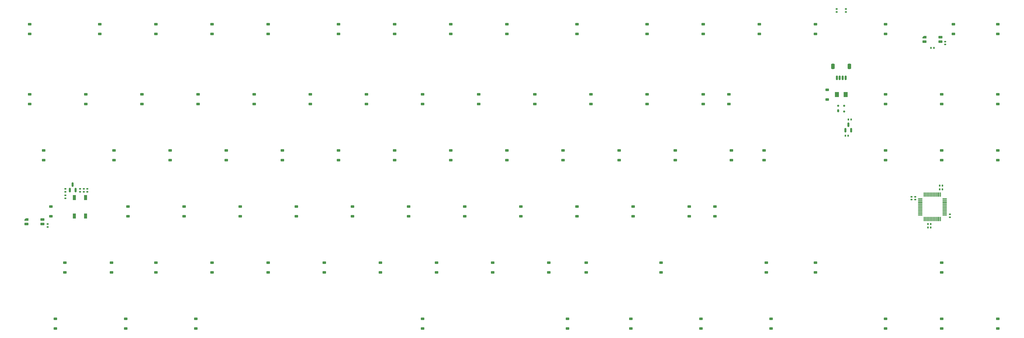
<source format=gbr>
%TF.GenerationSoftware,KiCad,Pcbnew,8.0.4*%
%TF.CreationDate,2024-07-23T15:13:34+08:00*%
%TF.ProjectId,X88H,58383848-2e6b-4696-9361-645f70636258,rev?*%
%TF.SameCoordinates,Original*%
%TF.FileFunction,Paste,Bot*%
%TF.FilePolarity,Positive*%
%FSLAX46Y46*%
G04 Gerber Fmt 4.6, Leading zero omitted, Abs format (unit mm)*
G04 Created by KiCad (PCBNEW 8.0.4) date 2024-07-23 15:13:34*
%MOMM*%
%LPD*%
G01*
G04 APERTURE LIST*
G04 Aperture macros list*
%AMRoundRect*
0 Rectangle with rounded corners*
0 $1 Rounding radius*
0 $2 $3 $4 $5 $6 $7 $8 $9 X,Y pos of 4 corners*
0 Add a 4 corners polygon primitive as box body*
4,1,4,$2,$3,$4,$5,$6,$7,$8,$9,$2,$3,0*
0 Add four circle primitives for the rounded corners*
1,1,$1+$1,$2,$3*
1,1,$1+$1,$4,$5*
1,1,$1+$1,$6,$7*
1,1,$1+$1,$8,$9*
0 Add four rect primitives between the rounded corners*
20,1,$1+$1,$2,$3,$4,$5,0*
20,1,$1+$1,$4,$5,$6,$7,0*
20,1,$1+$1,$6,$7,$8,$9,0*
20,1,$1+$1,$8,$9,$2,$3,0*%
%AMFreePoly0*
4,1,18,-0.410000,0.593000,-0.403758,0.624380,-0.385983,0.650983,-0.359380,0.668758,-0.328000,0.675000,0.328000,0.675000,0.359380,0.668758,0.385983,0.650983,0.403758,0.624380,0.410000,0.593000,0.410000,-0.593000,0.403758,-0.624380,0.385983,-0.650983,0.359380,-0.668758,0.328000,-0.675000,0.000000,-0.675000,-0.410000,-0.265000,-0.410000,0.593000,-0.410000,0.593000,$1*%
G04 Aperture macros list end*
%ADD10RoundRect,0.225000X0.375000X-0.225000X0.375000X0.225000X-0.375000X0.225000X-0.375000X-0.225000X0*%
%ADD11RoundRect,0.075000X0.075000X-0.662500X0.075000X0.662500X-0.075000X0.662500X-0.075000X-0.662500X0*%
%ADD12RoundRect,0.075000X0.662500X-0.075000X0.662500X0.075000X-0.662500X0.075000X-0.662500X-0.075000X0*%
%ADD13RoundRect,0.135000X-0.185000X0.135000X-0.185000X-0.135000X0.185000X-0.135000X0.185000X0.135000X0*%
%ADD14RoundRect,0.135000X-0.135000X-0.185000X0.135000X-0.185000X0.135000X0.185000X-0.135000X0.185000X0*%
%ADD15RoundRect,0.140000X0.140000X0.170000X-0.140000X0.170000X-0.140000X-0.170000X0.140000X-0.170000X0*%
%ADD16R,1.000000X1.700000*%
%ADD17RoundRect,0.082000X-0.593000X0.328000X-0.593000X-0.328000X0.593000X-0.328000X0.593000X0.328000X0*%
%ADD18FreePoly0,270.000000*%
%ADD19RoundRect,0.140000X-0.170000X0.140000X-0.170000X-0.140000X0.170000X-0.140000X0.170000X0.140000X0*%
%ADD20RoundRect,0.150000X0.150000X-0.587500X0.150000X0.587500X-0.150000X0.587500X-0.150000X-0.587500X0*%
%ADD21RoundRect,0.140000X0.170000X-0.140000X0.170000X0.140000X-0.170000X0.140000X-0.170000X-0.140000X0*%
%ADD22RoundRect,0.150000X-0.150000X-0.625000X0.150000X-0.625000X0.150000X0.625000X-0.150000X0.625000X0*%
%ADD23RoundRect,0.250000X-0.350000X-0.650000X0.350000X-0.650000X0.350000X0.650000X-0.350000X0.650000X0*%
%ADD24RoundRect,0.175000X-0.175000X-0.325000X0.175000X-0.325000X0.175000X0.325000X-0.175000X0.325000X0*%
%ADD25RoundRect,0.150000X-0.200000X-0.150000X0.200000X-0.150000X0.200000X0.150000X-0.200000X0.150000X0*%
%ADD26RoundRect,0.140000X-0.140000X-0.170000X0.140000X-0.170000X0.140000X0.170000X-0.140000X0.170000X0*%
%ADD27RoundRect,0.135000X0.185000X-0.135000X0.185000X0.135000X-0.185000X0.135000X-0.185000X-0.135000X0*%
%ADD28RoundRect,0.250001X0.462499X0.624999X-0.462499X0.624999X-0.462499X-0.624999X0.462499X-0.624999X0*%
G04 APERTURE END LIST*
D10*
%TO.C,D55*%
X55562500Y-65150000D03*
X55562500Y-61850000D03*
%TD*%
%TO.C,D82*%
X11906250Y-103250000D03*
X11906250Y-99950000D03*
%TD*%
%TO.C,D7*%
X107950000Y-3237500D03*
X107950000Y62500D03*
%TD*%
%TO.C,D35*%
X331787500Y-27050000D03*
X331787500Y-23750000D03*
%TD*%
D11*
%TO.C,U2*%
X312312500Y-66075000D03*
X311812500Y-66075000D03*
X311312500Y-66075000D03*
X310812500Y-66075000D03*
X310312500Y-66075000D03*
X309812500Y-66075000D03*
X309312500Y-66075000D03*
X308812500Y-66075000D03*
X308312500Y-66075000D03*
X307812500Y-66075000D03*
X307312500Y-66075000D03*
X306812500Y-66075000D03*
D12*
X305400000Y-64662500D03*
X305400000Y-64162500D03*
X305400000Y-63662500D03*
X305400000Y-63162500D03*
X305400000Y-62662500D03*
X305400000Y-62162500D03*
X305400000Y-61662500D03*
X305400000Y-61162500D03*
X305400000Y-60662500D03*
X305400000Y-60162500D03*
X305400000Y-59662500D03*
X305400000Y-59162500D03*
D11*
X306812500Y-57750000D03*
X307312500Y-57750000D03*
X307812500Y-57750000D03*
X308312500Y-57750000D03*
X308812500Y-57750000D03*
X309312500Y-57750000D03*
X309812500Y-57750000D03*
X310312500Y-57750000D03*
X310812500Y-57750000D03*
X311312500Y-57750000D03*
X311812500Y-57750000D03*
X312312500Y-57750000D03*
D12*
X313725000Y-59162500D03*
X313725000Y-59662500D03*
X313725000Y-60162500D03*
X313725000Y-60662500D03*
X313725000Y-61162500D03*
X313725000Y-61662500D03*
X313725000Y-62162500D03*
X313725000Y-62662500D03*
X313725000Y-63162500D03*
X313725000Y-63662500D03*
X313725000Y-64162500D03*
X313725000Y-64662500D03*
%TD*%
D10*
%TO.C,D65*%
X235743750Y-65150000D03*
X235743750Y-61850000D03*
%TD*%
%TO.C,D48*%
X241300000Y-46100000D03*
X241300000Y-42800000D03*
%TD*%
%TO.C,D88*%
X230981250Y-103250000D03*
X230981250Y-99950000D03*
%TD*%
%TO.C,D78*%
X217487500Y-84200000D03*
X217487500Y-80900000D03*
%TD*%
%TO.C,D6*%
X84137500Y-3237500D03*
X84137500Y62500D03*
%TD*%
%TO.C,D20*%
X22225000Y-27050000D03*
X22225000Y-23750000D03*
%TD*%
D13*
%TO.C,RR2*%
X22750000Y-55802500D03*
X22750000Y-56822500D03*
%TD*%
D14*
%TO.C,R3*%
X309052500Y-7937500D03*
X310072500Y-7937500D03*
%TD*%
D10*
%TO.C,D46*%
X203200000Y-46100000D03*
X203200000Y-42800000D03*
%TD*%
%TO.C,D57*%
X93662500Y-65150000D03*
X93662500Y-61850000D03*
%TD*%
%TO.C,D81*%
X312737500Y-84200000D03*
X312737500Y-80900000D03*
%TD*%
%TO.C,D42*%
X127000000Y-46100000D03*
X127000000Y-42800000D03*
%TD*%
%TO.C,D89*%
X254793750Y-103250000D03*
X254793750Y-99950000D03*
%TD*%
%TO.C,D49*%
X252412500Y-46100000D03*
X252412500Y-42800000D03*
%TD*%
%TO.C,D58*%
X112712500Y-65150000D03*
X112712500Y-61850000D03*
%TD*%
%TO.C,D53*%
X10318750Y-65150000D03*
X10318750Y-61850000D03*
%TD*%
%TO.C,D61*%
X169862500Y-65150000D03*
X169862500Y-61850000D03*
%TD*%
%TO.C,D37*%
X31750000Y-46100000D03*
X31750000Y-42800000D03*
%TD*%
D15*
%TO.C,C5*%
X280980000Y-37725000D03*
X280020000Y-37725000D03*
%TD*%
D16*
%TO.C,SWR1*%
X18340625Y-58762500D03*
X18340625Y-65062500D03*
X22140625Y-58762500D03*
X22140625Y-65062500D03*
%TD*%
D10*
%TO.C,D76*%
X179387500Y-84200000D03*
X179387500Y-80900000D03*
%TD*%
D17*
%TO.C,RGB2*%
X7487500Y-67742500D03*
X7487500Y-66242500D03*
X2037500Y-67742500D03*
D18*
X2037500Y-66242500D03*
%TD*%
D13*
%TO.C,R2*%
X280193750Y5272500D03*
X280193750Y4252500D03*
%TD*%
D10*
%TO.C,D38*%
X50800000Y-46100000D03*
X50800000Y-42800000D03*
%TD*%
%TO.C,D66*%
X273843750Y-25462500D03*
X273843750Y-22162500D03*
%TD*%
%TO.C,D28*%
X174625000Y-27050000D03*
X174625000Y-23750000D03*
%TD*%
D19*
%TO.C,C1*%
X303750000Y-58476250D03*
X303750000Y-59436250D03*
%TD*%
D10*
%TO.C,D67*%
X15081250Y-84200000D03*
X15081250Y-80900000D03*
%TD*%
%TO.C,D34*%
X312737500Y-27050000D03*
X312737500Y-23750000D03*
%TD*%
D13*
%TO.C,R1*%
X277018750Y5272500D03*
X277018750Y4252500D03*
%TD*%
D10*
%TO.C,D14*%
X250825000Y-3237500D03*
X250825000Y62500D03*
%TD*%
D20*
%TO.C,QR1*%
X18700000Y-56250000D03*
X16800000Y-56250000D03*
X17750000Y-54375000D03*
%TD*%
D10*
%TO.C,D31*%
X231775000Y-27050000D03*
X231775000Y-23750000D03*
%TD*%
%TO.C,D19*%
X3175000Y-27050000D03*
X3175000Y-23750000D03*
%TD*%
D21*
%TO.C,C3*%
X315500000Y-65436250D03*
X315500000Y-64476250D03*
%TD*%
D20*
%TO.C,U1*%
X281950000Y-35937500D03*
X280050000Y-35937500D03*
X281000000Y-34062500D03*
%TD*%
D10*
%TO.C,D43*%
X146050000Y-46100000D03*
X146050000Y-42800000D03*
%TD*%
%TO.C,D47*%
X222250000Y-46100000D03*
X222250000Y-42800000D03*
%TD*%
%TO.C,D39*%
X69850000Y-46100000D03*
X69850000Y-42800000D03*
%TD*%
%TO.C,D10*%
X165100000Y-3237500D03*
X165100000Y62500D03*
%TD*%
%TO.C,D70*%
X65087500Y-84200000D03*
X65087500Y-80900000D03*
%TD*%
%TO.C,D22*%
X60325000Y-27050000D03*
X60325000Y-23750000D03*
%TD*%
%TO.C,D68*%
X30956250Y-84200000D03*
X30956250Y-80900000D03*
%TD*%
%TO.C,D8*%
X127000000Y-3237500D03*
X127000000Y62500D03*
%TD*%
%TO.C,D9*%
X146050000Y-3237500D03*
X146050000Y62500D03*
%TD*%
%TO.C,D24*%
X98425000Y-27050000D03*
X98425000Y-23750000D03*
%TD*%
%TO.C,D18*%
X331787500Y-3237500D03*
X331787500Y62500D03*
%TD*%
D22*
%TO.C,J1*%
X277106250Y-18103610D03*
X278106250Y-18103610D03*
X279106250Y-18103610D03*
X280106250Y-18103610D03*
D23*
X275806250Y-14228610D03*
X281406250Y-14228610D03*
%TD*%
D24*
%TO.C,D1*%
X277606250Y-29325000D03*
D25*
X277606250Y-27625000D03*
X279606250Y-27625000D03*
X279606250Y-29525000D03*
%TD*%
D10*
%TO.C,D51*%
X312737500Y-46100000D03*
X312737500Y-42800000D03*
%TD*%
%TO.C,D3*%
X26987500Y-3237500D03*
X26987500Y62500D03*
%TD*%
%TO.C,D80*%
X269875000Y-84200000D03*
X269875000Y-80900000D03*
%TD*%
%TO.C,D90*%
X293687500Y-103250000D03*
X293687500Y-99950000D03*
%TD*%
%TO.C,D60*%
X150812500Y-65150000D03*
X150812500Y-61850000D03*
%TD*%
%TO.C,D52*%
X331787500Y-46100000D03*
X331787500Y-42800000D03*
%TD*%
%TO.C,D72*%
X103187500Y-84200000D03*
X103187500Y-80900000D03*
%TD*%
%TO.C,D56*%
X74612500Y-65150000D03*
X74612500Y-61850000D03*
%TD*%
%TO.C,D4*%
X46037500Y-3237500D03*
X46037500Y62500D03*
%TD*%
D15*
%TO.C,C8*%
X312980000Y-54706250D03*
X312020000Y-54706250D03*
%TD*%
D10*
%TO.C,D36*%
X7937500Y-46100000D03*
X7937500Y-42800000D03*
%TD*%
%TO.C,D84*%
X59531250Y-103250000D03*
X59531250Y-99950000D03*
%TD*%
%TO.C,D75*%
X160337500Y-84200000D03*
X160337500Y-80900000D03*
%TD*%
%TO.C,D26*%
X136525000Y-27050000D03*
X136525000Y-23750000D03*
%TD*%
%TO.C,D54*%
X36512500Y-65150000D03*
X36512500Y-61850000D03*
%TD*%
D19*
%TO.C,C2*%
X302500000Y-58476250D03*
X302500000Y-59436250D03*
%TD*%
D10*
%TO.C,D11*%
X188912500Y-3237500D03*
X188912500Y62500D03*
%TD*%
%TO.C,D5*%
X65087500Y-3237500D03*
X65087500Y62500D03*
%TD*%
%TO.C,D64*%
X227012500Y-65150000D03*
X227012500Y-61850000D03*
%TD*%
%TO.C,D79*%
X253206250Y-84200000D03*
X253206250Y-80900000D03*
%TD*%
%TO.C,D87*%
X207168750Y-103250000D03*
X207168750Y-99950000D03*
%TD*%
D26*
%TO.C,C6*%
X308020000Y-68956250D03*
X308980000Y-68956250D03*
%TD*%
D15*
%TO.C,C9*%
X312980000Y-55956250D03*
X312020000Y-55956250D03*
%TD*%
D19*
%TO.C,CR1*%
X21500000Y-55832500D03*
X21500000Y-56792500D03*
%TD*%
D10*
%TO.C,D85*%
X136525000Y-103250000D03*
X136525000Y-99950000D03*
%TD*%
D26*
%TO.C,C7*%
X308020000Y-67706250D03*
X308980000Y-67706250D03*
%TD*%
D10*
%TO.C,D30*%
X212725000Y-27050000D03*
X212725000Y-23750000D03*
%TD*%
D21*
%TO.C,CR2*%
X15250000Y-56792500D03*
X15250000Y-55832500D03*
%TD*%
D10*
%TO.C,D44*%
X165100000Y-46100000D03*
X165100000Y-42800000D03*
%TD*%
%TO.C,D13*%
X231775000Y-3237500D03*
X231775000Y62500D03*
%TD*%
D26*
%TO.C,C4*%
X281020000Y-32293750D03*
X281980000Y-32293750D03*
%TD*%
D10*
%TO.C,D92*%
X331787500Y-103250000D03*
X331787500Y-99950000D03*
%TD*%
%TO.C,D69*%
X46037500Y-84200000D03*
X46037500Y-80900000D03*
%TD*%
%TO.C,D91*%
X312737500Y-103250000D03*
X312737500Y-99950000D03*
%TD*%
D19*
%TO.C,C10*%
X313895000Y-5830000D03*
X313895000Y-6790000D03*
%TD*%
%TO.C,C11*%
X9250000Y-67770000D03*
X9250000Y-68730000D03*
%TD*%
D10*
%TO.C,D2*%
X3175000Y-3237500D03*
X3175000Y62500D03*
%TD*%
%TO.C,D32*%
X240506250Y-27050000D03*
X240506250Y-23750000D03*
%TD*%
%TO.C,D73*%
X122237500Y-84200000D03*
X122237500Y-80900000D03*
%TD*%
%TO.C,D21*%
X41275000Y-27050000D03*
X41275000Y-23750000D03*
%TD*%
%TO.C,D15*%
X269875000Y-3237500D03*
X269875000Y62500D03*
%TD*%
D27*
%TO.C,RR3*%
X20250000Y-56822500D03*
X20250000Y-55802500D03*
%TD*%
D10*
%TO.C,D71*%
X84137500Y-84200000D03*
X84137500Y-80900000D03*
%TD*%
%TO.C,D27*%
X155575000Y-27050000D03*
X155575000Y-23750000D03*
%TD*%
%TO.C,D16*%
X293687500Y-3237500D03*
X293687500Y62500D03*
%TD*%
%TO.C,D41*%
X107950000Y-46100000D03*
X107950000Y-42800000D03*
%TD*%
%TO.C,D50*%
X293687500Y-46100000D03*
X293687500Y-42800000D03*
%TD*%
%TO.C,D83*%
X35718750Y-103250000D03*
X35718750Y-99950000D03*
%TD*%
%TO.C,D23*%
X79375000Y-27050000D03*
X79375000Y-23750000D03*
%TD*%
%TO.C,D77*%
X192087500Y-84200000D03*
X192087500Y-80900000D03*
%TD*%
%TO.C,D86*%
X185737500Y-103250000D03*
X185737500Y-99950000D03*
%TD*%
%TO.C,D17*%
X316706250Y-3237500D03*
X316706250Y62500D03*
%TD*%
%TO.C,D29*%
X193675000Y-27050000D03*
X193675000Y-23750000D03*
%TD*%
D27*
%TO.C,RR1*%
X15250000Y-59020000D03*
X15250000Y-58000000D03*
%TD*%
D28*
%TO.C,F1*%
X280093750Y-23812500D03*
X277118750Y-23812500D03*
%TD*%
D10*
%TO.C,D40*%
X88900000Y-46100000D03*
X88900000Y-42800000D03*
%TD*%
%TO.C,D12*%
X212725000Y-3237500D03*
X212725000Y62500D03*
%TD*%
%TO.C,D74*%
X141287500Y-84200000D03*
X141287500Y-80900000D03*
%TD*%
%TO.C,D59*%
X131762500Y-65150000D03*
X131762500Y-61850000D03*
%TD*%
D17*
%TO.C,RGB1*%
X312287500Y-5830000D03*
X312287500Y-4330000D03*
X306837500Y-5830000D03*
D18*
X306837500Y-4330000D03*
%TD*%
D10*
%TO.C,D45*%
X184150000Y-46100000D03*
X184150000Y-42800000D03*
%TD*%
%TO.C,D62*%
X188912500Y-65150000D03*
X188912500Y-61850000D03*
%TD*%
%TO.C,D33*%
X293687500Y-27050000D03*
X293687500Y-23750000D03*
%TD*%
%TO.C,D63*%
X207962500Y-65150000D03*
X207962500Y-61850000D03*
%TD*%
%TO.C,D25*%
X117475000Y-27050000D03*
X117475000Y-23750000D03*
%TD*%
M02*

</source>
